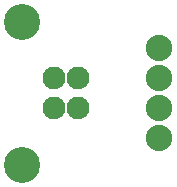
<source format=gts>
G04 MADE WITH FRITZING*
G04 WWW.FRITZING.ORG*
G04 DOUBLE SIDED*
G04 HOLES PLATED*
G04 CONTOUR ON CENTER OF CONTOUR VECTOR*
%ASAXBY*%
%FSLAX23Y23*%
%MOIN*%
%OFA0B0*%
%SFA1.0B1.0*%
%ADD10C,0.076000*%
%ADD11C,0.120000*%
%ADD12C,0.088000*%
%LNMASK1*%
G90*
G70*
G54D10*
X730Y772D03*
X730Y871D03*
X652Y871D03*
X652Y772D03*
G54D11*
X545Y584D03*
X545Y1058D03*
G54D10*
X730Y772D03*
X730Y871D03*
X652Y871D03*
X652Y772D03*
G54D11*
X545Y584D03*
X545Y1058D03*
G54D12*
X1002Y971D03*
X1002Y871D03*
X1002Y771D03*
X1002Y671D03*
G04 End of Mask1*
M02*
</source>
